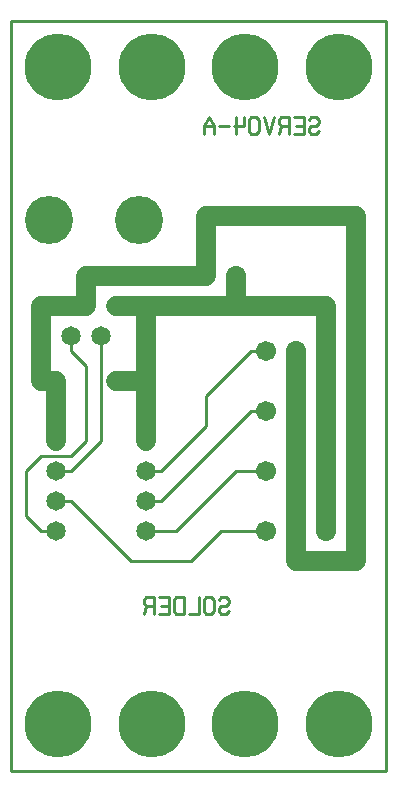
<source format=gbl>
%MOIN*%
%FSLAX25Y25*%
G04 D10 used for Character Trace; *
G04     Circle (OD=.01000) (No hole)*
G04 D11 used for Power Trace; *
G04     Circle (OD=.06700) (No hole)*
G04 D12 used for Signal Trace; *
G04     Circle (OD=.01100) (No hole)*
G04 D13 used for Via; *
G04     Circle (OD=.05800) (Round. Hole ID=.02800)*
G04 D14 used for Component hole; *
G04     Circle (OD=.06500) (Round. Hole ID=.03500)*
G04 D15 used for Component hole; *
G04     Circle (OD=.06700) (Round. Hole ID=.04300)*
G04 D16 used for Component hole; *
G04     Circle (OD=.08100) (Round. Hole ID=.05100)*
G04 D17 used for Component hole; *
G04     Circle (OD=.08900) (Round. Hole ID=.05900)*
G04 D18 used for Component hole; *
G04     Circle (OD=.11300) (Round. Hole ID=.08300)*
G04 D19 used for Component hole; *
G04     Circle (OD=.16000) (Round. Hole ID=.13000)*
G04 D20 used for Component hole; *
G04     Circle (OD=.18300) (Round. Hole ID=.15300)*
G04 D21 used for Component hole; *
G04     Circle (OD=.22291) (Round. Hole ID=.19291)*
%ADD10C,.01000*%
%ADD11C,.06700*%
%ADD12C,.01100*%
%ADD13C,.05800*%
%ADD14C,.06500*%
%ADD15C,.06700*%
%ADD16C,.08100*%
%ADD17C,.08900*%
%ADD18C,.11300*%
%ADD19C,.16000*%
%ADD20C,.18300*%
%ADD21C,.22291*%
%IPPOS*%
%LPD*%
G90*X0Y0D02*D21*X15625Y15625D03*X46875D03*D10*    
X69163Y56914D02*X70000Y57871D01*X71674D01*        
X72511Y56914D01*Y55957D01*X71674Y55000D01*        
X70000D01*X69163Y54043D01*Y53086D01*              
X70000Y52129D01*X71674D01*X72511Y53086D01*        
X64163D02*X65000Y52129D01*X66674D01*              
X67511Y53086D01*Y56914D01*X66674Y57871D01*        
X65000D01*X64163Y56914D01*Y53086D01*              
X62511Y57871D02*Y52129D01*X59163D01*X57511D02*    
Y57871D01*X55000D01*X54163Y56914D01*Y53086D01*    
X55000Y52129D01*X57511D01*X49163D02*X52511D01*    
Y57871D01*X49163D01*X52511Y55000D02*X50000D01*    
X47511Y52129D02*Y57871D01*X45000D01*              
X44163Y56914D01*Y55957D01*X45000Y55000D01*        
X47511D01*X45000D02*X44163Y52129D01*D12*          
X40000Y70000D02*X60000D01*X40000D02*              
X20000Y90000D01*X15000D01*D14*D03*D12*            
X5000Y85000D02*Y100000D01*X10000Y80000D02*        
X5000Y85000D01*X10000Y80000D02*X15000D01*D14*D03* 
D12*Y100000D02*X20000D01*D14*X15000D03*D12*       
X10000Y105000D02*X20000D01*X5000Y100000D02*       
X10000Y105000D01*D14*X15000Y110000D03*D11*        
Y130000D01*D14*D03*D11*X10000D01*Y155000D01*      
X25000D01*D14*D03*D11*Y165000D01*X65000D01*       
Y185000D01*X75000D01*D15*D03*D11*X115000D01*      
Y70000D01*X95000D01*Y80000D01*D15*D03*D11*        
Y100000D01*D15*D03*D11*Y120000D01*D15*D03*D11*    
Y140000D01*D15*D03*X105000D03*D11*Y120000D01*D15* 
D03*D11*Y100000D01*D15*D03*D11*Y80000D01*D15*D03* 
X85000Y100000D03*D12*X75000D01*X55000Y80000D01*   
X45000D01*D14*D03*D12*Y90000D02*X50000D01*D14*    
X45000D03*D12*X50000D02*X80000Y120000D01*         
X85000D01*D15*D03*D11*X105000Y140000D02*          
Y155000D01*X75000D01*X45000D01*Y130000D01*        
Y110000D01*D14*D03*Y100000D03*D12*X50000D01*      
X65000Y115000D01*Y125000D01*X80000Y140000D01*     
X85000D01*D15*D03*D11*X75000Y155000D02*Y165000D01*
D15*D03*D11*X35000Y155000D02*X45000D01*D14*       
X35000D03*X30000Y145000D03*D12*Y110000D01*        
X20000Y100000D01*Y105000D02*X25000Y110000D01*     
Y135000D01*X20000Y140000D01*Y145000D01*D14*D03*   
X35000Y130000D03*D11*X45000D01*D12*               
X60000Y70000D02*X70000Y80000D01*X85000D01*D15*D03*
D21*X78125Y15625D03*X109375D03*D12*X0Y0D02*       
X125000D01*X0D02*Y250000D01*X125000D01*Y0D01*D19* 
X42500Y183500D03*X12500D03*D10*X99163Y216914D02*  
X100000Y217871D01*X101674D01*X102511Y216914D01*   
Y215957D01*X101674Y215000D01*X100000D01*          
X99163Y214043D01*Y213086D01*X100000Y212129D01*    
X101674D01*X102511Y213086D01*X94163Y212129D02*    
X97511D01*Y217871D01*X94163D01*X97511Y215000D02*  
X95000D01*X92511Y212129D02*Y217871D01*X90000D01*  
X89163Y216914D01*Y215957D01*X90000Y215000D01*     
X92511D01*X90000D02*X89163Y212129D01*             
X87511Y217871D02*X85837Y212129D01*                
X84163Y217871D01*X79163Y213086D02*                
X80000Y212129D01*X81674D01*X82511Y213086D01*      
Y216914D01*X81674Y217871D01*X80000D01*            
X79163Y216914D01*Y213086D01*X75000Y217871D02*     
Y212129D01*X77511Y217871D02*Y215000D01*X74163D01* 
X72511D02*X69163D01*X67511Y212129D02*Y215000D01*  
X65837Y217871D01*X64163Y215000D01*Y212129D01*     
X67511Y215000D02*X64163D01*D21*X109375Y234375D03* 
X78125D03*X46875D03*X15625D03*M02*                

</source>
